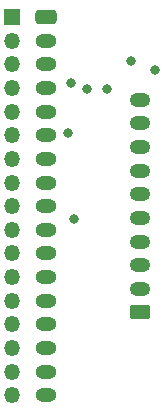
<source format=gbr>
G04 %TF.GenerationSoftware,KiCad,Pcbnew,(6.0.1)@% jlc*
G04 %TF.CreationDate,2022-07-06T22:23:35-07:00@% jlc*
G04 %TF.ProjectId,mu100-dit-connector-board,6d753130-302d-4646-9974-2d636f6e6e65,rev?@% jlc*
G04 %TF.SameCoordinates,PX4a615b8PY2b4db18@% jlc*
G04 %TF.FileFunction,Soldermask,Bot@% jlc*
G04 %TF.FilePolarity,Negative@% jlc*
%FSLAX46Y46*%
G04 Gerber Fmt 4.6, Leading zero omitted, Abs format (unit mm)*
G04 Created by KiCad (PCBNEW (6.0.1)) date 2022-07-06 22:23:35*
%MOMM*%
%LPD*%
G01*
G04 APERTURE LIST*
G04 Aperture macros list*
%AMRoundRect*
0 Rectangle with rounded corners*
0 $1 Rounding radius*
0 $2 $3 $4 $5 $6 $7 $8 $9 X,Y pos of 4 corners*
0 Add a 4 corners polygon primitive as box body*
4,1,4,$2,$3,$4,$5,$6,$7,$8,$9,$2,$3,0*
0 Add four circle primitives for the rounded corners*
1,1,$1+$1,$2,$3*
1,1,$1+$1,$4,$5*
1,1,$1+$1,$6,$7*
1,1,$1+$1,$8,$9*
0 Add four rect primitives between the rounded corners*
20,1,$1+$1,$2,$3,$4,$5,0*
20,1,$1+$1,$4,$5,$6,$7,0*
20,1,$1+$1,$6,$7,$8,$9,0*
20,1,$1+$1,$8,$9,$2,$3,0*%
G04 Aperture macros list end*
%ADD10R,1.350000X1.350000*%
%ADD11O,1.350000X1.350000*%
%ADD12RoundRect,0.250000X0.625000X-0.350000X0.625000X0.350000X-0.625000X0.350000X-0.625000X-0.350000X0*%
%ADD13O,1.750000X1.200000*%
%ADD14RoundRect,0.250000X-0.650000X0.350000X-0.650000X-0.350000X0.650000X-0.350000X0.650000X0.350000X0*%
%ADD15O,1.800000X1.200000*%
%ADD16C,0.800000*%
G04 APERTURE END LIST*
D10*
G04 %TO.C,J1@% jlc*
X79988400Y-49242000D03*
D11*
X79988400Y-51242000D03*
X79988400Y-53242000D03*
X79988400Y-55242000D03*
X79988400Y-57242000D03*
X79988400Y-59242000D03*
X79988400Y-61242000D03*
X79988400Y-63242000D03*
X79988400Y-65242000D03*
X79988400Y-67242000D03*
X79988400Y-69242000D03*
X79988400Y-71242000D03*
X79988400Y-73242000D03*
X79988400Y-75242000D03*
X79988400Y-77242000D03*
X79988400Y-79242000D03*
X79988400Y-81242000D03*
G04 %TD@% jlc*
D12*
G04 %TO.C,J3@% jlc*
X90808400Y-74232000D03*
D13*
X90808400Y-72232000D03*
X90808400Y-70232000D03*
X90808400Y-68232000D03*
X90808400Y-66232000D03*
X90808400Y-64232000D03*
X90808400Y-62232000D03*
X90808400Y-60232000D03*
X90808400Y-58232000D03*
X90808400Y-56232000D03*
G04 %TD@% jlc*
D14*
G04 %TO.C,J2@% jlc*
X82848400Y-49242000D03*
D15*
X82848400Y-51242000D03*
X82848400Y-53242000D03*
X82848400Y-55242000D03*
X82848400Y-57242000D03*
X82848400Y-59242000D03*
X82848400Y-61242000D03*
X82848400Y-63242000D03*
X82848400Y-65242000D03*
X82848400Y-67242000D03*
X82848400Y-69242000D03*
X82848400Y-71242000D03*
X82848400Y-73242000D03*
X82848400Y-75242000D03*
X82848400Y-77242000D03*
X82848400Y-79242000D03*
X82848400Y-81242000D03*
G04 %TD@% jlc*
D16*
X92088400Y-53722000D03*
X90058400Y-52932000D03*
X85028400Y-54802000D03*
X86388400Y-55292000D03*
X88068400Y-55352000D03*
X84756400Y-59071600D03*
X85213600Y-66310600D03*
M02*

</source>
